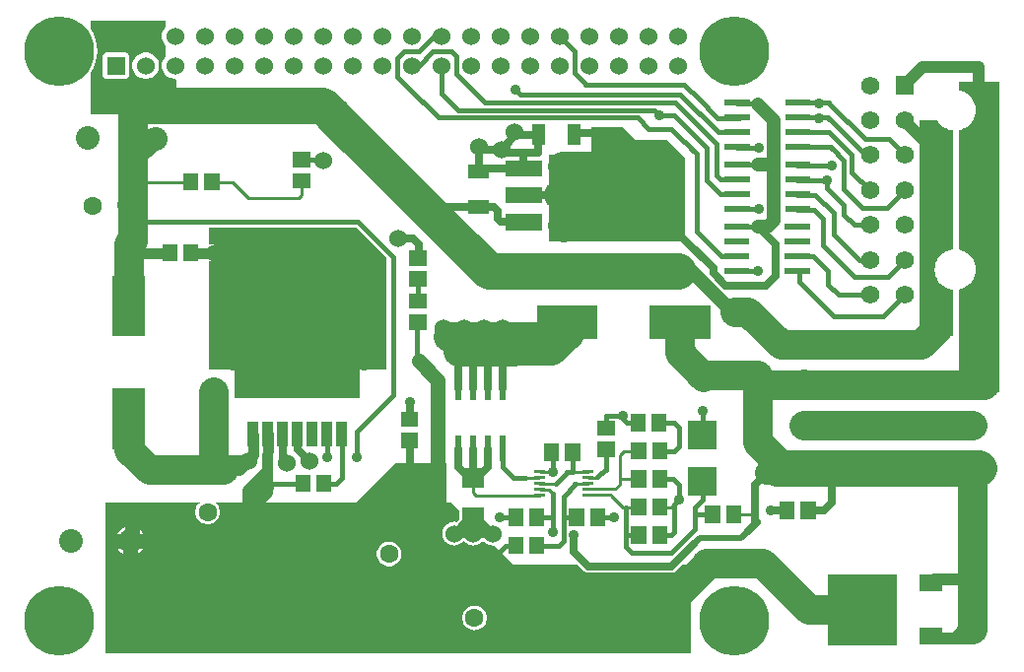
<source format=gbr>
G04 start of page 2 for group 0 idx 0 *
G04 Title: RspPiPS, top *
G04 Creator: pcb 4.2.0 *
G04 CreationDate: Sun Jan 23 00:25:27 2022 UTC *
G04 For: debian *
G04 Format: Gerber/RS-274X *
G04 PCB-Dimensions (mil): 10000.00 10000.00 *
G04 PCB-Coordinate-Origin: lower left *
%MOIN*%
%FSLAX25Y25*%
%LNTOP*%
%ADD34C,0.0380*%
%ADD33C,0.0453*%
%ADD32C,0.0354*%
%ADD31C,0.1181*%
%ADD30C,0.0402*%
%ADD29C,0.1063*%
%ADD28C,0.0350*%
%ADD27C,0.0600*%
%ADD26C,0.0768*%
%ADD25C,0.0800*%
%ADD24C,0.0630*%
%ADD23C,0.0620*%
%ADD22C,0.2362*%
%ADD21C,0.0360*%
%ADD20C,0.0450*%
%ADD19C,0.1248*%
%ADD18C,0.0500*%
%ADD17C,0.0400*%
%ADD16C,0.0100*%
%ADD15C,0.0250*%
%ADD14C,0.0150*%
%ADD13C,0.0200*%
%ADD12C,0.1000*%
%ADD11C,0.0001*%
G54D11*G36*
X295942Y594522D02*X296128Y594537D01*
X296740Y594684D01*
X297322Y594925D01*
X297858Y595254D01*
X298337Y595663D01*
X298746Y596142D01*
X298750Y596148D01*
X298754Y596142D01*
X299163Y595663D01*
X299642Y595254D01*
X300178Y594925D01*
X300760Y594684D01*
X301372Y594537D01*
X302000Y594488D01*
X302475Y594525D01*
X309000Y588000D01*
X330818D01*
X332847Y585971D01*
X332904Y585904D01*
X333173Y585674D01*
X333173Y585674D01*
X333361Y585559D01*
X333475Y585489D01*
X333803Y585354D01*
X334147Y585271D01*
X334147D01*
X334500Y585243D01*
X334588Y585250D01*
X362412D01*
X362500Y585243D01*
X362853Y585271D01*
X362853Y585271D01*
X363197Y585354D01*
X363525Y585489D01*
X363827Y585674D01*
X364096Y585904D01*
X364153Y585971D01*
X366182Y588000D01*
X368521D01*
X368556Y587558D01*
X368776Y586640D01*
X369000Y586100D01*
Y558000D01*
X295942D01*
Y565826D01*
X295949Y565826D01*
X296600Y565877D01*
X297235Y566030D01*
X297839Y566279D01*
X298395Y566621D01*
X298892Y567045D01*
X299316Y567542D01*
X299658Y568098D01*
X299908Y568702D01*
X300060Y569337D01*
X300098Y569988D01*
X300060Y570639D01*
X299908Y571274D01*
X299658Y571878D01*
X299316Y572435D01*
X298892Y572931D01*
X298395Y573356D01*
X297839Y573697D01*
X297235Y573947D01*
X296600Y574099D01*
X295949Y574151D01*
X295942Y574150D01*
Y594522D01*
G37*
G36*
X266994Y609000D02*X288000D01*
X290774Y606226D01*
X290779Y603461D01*
X289751Y602433D01*
X289628Y602463D01*
X289000Y602512D01*
X288372Y602463D01*
X287760Y602316D01*
X287178Y602075D01*
X286642Y601746D01*
X286163Y601337D01*
X285754Y600858D01*
X285425Y600322D01*
X285184Y599740D01*
X285037Y599128D01*
X284988Y598500D01*
X285037Y597872D01*
X285184Y597260D01*
X285425Y596678D01*
X285754Y596142D01*
X286163Y595663D01*
X286642Y595254D01*
X287178Y594925D01*
X287760Y594684D01*
X288372Y594537D01*
X289000Y594488D01*
X289628Y594537D01*
X290240Y594684D01*
X290822Y594925D01*
X291358Y595254D01*
X291837Y595663D01*
X292246Y596142D01*
X292250Y596148D01*
X292254Y596142D01*
X292663Y595663D01*
X293142Y595254D01*
X293678Y594925D01*
X294260Y594684D01*
X294872Y594537D01*
X295500Y594488D01*
X295942Y594522D01*
Y574150D01*
X295298Y574099D01*
X294663Y573947D01*
X294059Y573697D01*
X293502Y573356D01*
X293006Y572931D01*
X292581Y572435D01*
X292240Y571878D01*
X291990Y571274D01*
X291838Y570639D01*
X291786Y569988D01*
X291838Y569337D01*
X291990Y568702D01*
X292240Y568098D01*
X292581Y567542D01*
X293006Y567045D01*
X293502Y566621D01*
X294059Y566279D01*
X294663Y566030D01*
X295298Y565877D01*
X295942Y565826D01*
Y558000D01*
X266994D01*
Y587448D01*
X267000Y587448D01*
X267651Y587499D01*
X268286Y587652D01*
X268890Y587902D01*
X269447Y588243D01*
X269943Y588667D01*
X270367Y589164D01*
X270709Y589721D01*
X270959Y590324D01*
X271111Y590959D01*
X271150Y591610D01*
X271111Y592261D01*
X270959Y592896D01*
X270709Y593500D01*
X270367Y594057D01*
X269943Y594554D01*
X269447Y594978D01*
X268890Y595319D01*
X268286Y595569D01*
X267651Y595721D01*
X267000Y595773D01*
X266994Y595772D01*
Y609000D01*
G37*
G36*
X179492D02*X203004D01*
X202702Y608742D01*
X202278Y608246D01*
X201937Y607689D01*
X201687Y607085D01*
X201535Y606450D01*
X201483Y605799D01*
X201535Y605148D01*
X201687Y604513D01*
X201937Y603910D01*
X202278Y603353D01*
X202702Y602856D01*
X203199Y602432D01*
X203756Y602090D01*
X204359Y601841D01*
X204995Y601688D01*
X205646Y601637D01*
X206297Y601688D01*
X206932Y601841D01*
X207535Y602090D01*
X208092Y602432D01*
X208589Y602856D01*
X209013Y603353D01*
X209354Y603910D01*
X209604Y604513D01*
X209757Y605148D01*
X209795Y605799D01*
X209757Y606450D01*
X209604Y607085D01*
X209354Y607689D01*
X209013Y608246D01*
X208589Y608742D01*
X208287Y609000D01*
X266994D01*
Y595772D01*
X266349Y595721D01*
X265714Y595569D01*
X265110Y595319D01*
X264553Y594978D01*
X264057Y594554D01*
X263633Y594057D01*
X263291Y593500D01*
X263041Y592896D01*
X262889Y592261D01*
X262838Y591610D01*
X262889Y590959D01*
X263041Y590324D01*
X263291Y589721D01*
X263633Y589164D01*
X264057Y588667D01*
X264553Y588243D01*
X265110Y587902D01*
X265714Y587652D01*
X266349Y587499D01*
X266994Y587448D01*
Y558000D01*
X179492D01*
Y590985D01*
X179500Y590985D01*
X180285Y591046D01*
X181050Y591230D01*
X181777Y591531D01*
X182448Y591942D01*
X183046Y592454D01*
X183558Y593052D01*
X183969Y593723D01*
X184270Y594450D01*
X184454Y595215D01*
X184500Y596000D01*
X184454Y596785D01*
X184270Y597550D01*
X183969Y598277D01*
X183558Y598948D01*
X183046Y599546D01*
X182448Y600058D01*
X181777Y600469D01*
X181050Y600770D01*
X180285Y600954D01*
X179500Y601015D01*
X179492Y601015D01*
Y609000D01*
G37*
G36*
X171000Y558000D02*Y609000D01*
X179492D01*
Y601015D01*
X178715Y600954D01*
X177950Y600770D01*
X177223Y600469D01*
X176552Y600058D01*
X175954Y599546D01*
X175442Y598948D01*
X175031Y598277D01*
X174730Y597550D01*
X174546Y596785D01*
X174485Y596000D01*
X174546Y595215D01*
X174730Y594450D01*
X175031Y593723D01*
X175442Y593052D01*
X175954Y592454D01*
X176552Y591942D01*
X177223Y591531D01*
X177950Y591230D01*
X178715Y591046D01*
X179492Y590985D01*
Y558000D01*
X171000D01*
G37*
G36*
X273750Y622500D02*X286500D01*
Y608500D01*
X273750D01*
Y616763D01*
X273853Y616771D01*
X274197Y616854D01*
X274525Y616989D01*
X274827Y617174D01*
X275091Y617409D01*
X275591Y617909D01*
X275826Y618173D01*
X276011Y618475D01*
X276146Y618803D01*
X276229Y619147D01*
X276257Y619500D01*
X276229Y619853D01*
X276146Y620197D01*
X276011Y620525D01*
X275826Y620827D01*
X275596Y621096D01*
X275327Y621326D01*
X275025Y621511D01*
X274697Y621646D01*
X274353Y621729D01*
X274000Y621757D01*
X273750Y621737D01*
Y622500D01*
G37*
G36*
X255000Y608500D02*X269000Y622500D01*
X273750D01*
Y621737D01*
X273647Y621729D01*
X273303Y621646D01*
X272975Y621511D01*
X272673Y621326D01*
X272409Y621091D01*
X271909Y620591D01*
X271674Y620327D01*
X271489Y620025D01*
X271354Y619697D01*
X271271Y619353D01*
X271243Y619000D01*
X271271Y618647D01*
X271354Y618303D01*
X271489Y617975D01*
X271674Y617673D01*
X271904Y617404D01*
X272173Y617174D01*
X272475Y616989D01*
X272803Y616854D01*
X273147Y616771D01*
X273500Y616743D01*
X273750Y616763D01*
Y608500D01*
X255000D01*
G37*
G36*
X184693Y772000D02*X191500D01*
Y769982D01*
X191048Y769453D01*
X190678Y768849D01*
X190407Y768195D01*
X190242Y767506D01*
X190186Y766800D01*
X190242Y766094D01*
X190407Y765405D01*
X190678Y764751D01*
X191048Y764147D01*
X191500Y763618D01*
Y759982D01*
X191048Y759453D01*
X190678Y758849D01*
X190407Y758195D01*
X190242Y757506D01*
X190186Y756800D01*
X190242Y756094D01*
X190407Y755405D01*
X190678Y754751D01*
X191048Y754147D01*
X191508Y753608D01*
X192047Y753148D01*
X192651Y752778D01*
X193305Y752507D01*
X193994Y752342D01*
X194700Y752286D01*
X194713Y752287D01*
X195000Y752000D01*
Y740500D01*
X184693D01*
Y752287D01*
X184700Y752286D01*
X185406Y752342D01*
X186095Y752507D01*
X186749Y752778D01*
X187353Y753148D01*
X187892Y753608D01*
X188352Y754147D01*
X188722Y754751D01*
X188993Y755405D01*
X189158Y756094D01*
X189200Y756800D01*
X189158Y757506D01*
X188993Y758195D01*
X188722Y758849D01*
X188352Y759453D01*
X187892Y759992D01*
X187353Y760452D01*
X186749Y760822D01*
X186095Y761093D01*
X185406Y761258D01*
X184700Y761314D01*
X184693Y761313D01*
Y772000D01*
G37*
G36*
X174700D02*X184693D01*
Y761313D01*
X183994Y761258D01*
X183305Y761093D01*
X182651Y760822D01*
X182047Y760452D01*
X181508Y759992D01*
X181048Y759453D01*
X180678Y758849D01*
X180407Y758195D01*
X180242Y757506D01*
X180186Y756800D01*
X180242Y756094D01*
X180407Y755405D01*
X180678Y754751D01*
X181048Y754147D01*
X181508Y753608D01*
X182047Y753148D01*
X182651Y752778D01*
X183305Y752507D01*
X183994Y752342D01*
X184693Y752287D01*
Y740500D01*
X174700D01*
Y752307D01*
X177935Y752314D01*
X178165Y752369D01*
X178383Y752459D01*
X178584Y752583D01*
X178764Y752736D01*
X178917Y752916D01*
X179041Y753117D01*
X179131Y753335D01*
X179186Y753565D01*
X179200Y753800D01*
X179186Y760035D01*
X179131Y760265D01*
X179041Y760483D01*
X178917Y760684D01*
X178764Y760864D01*
X178584Y761017D01*
X178383Y761141D01*
X178165Y761231D01*
X177935Y761286D01*
X177700Y761300D01*
X174700Y761293D01*
Y772000D01*
G37*
G36*
X166000D02*X174700D01*
Y761293D01*
X171465Y761286D01*
X171235Y761231D01*
X171017Y761141D01*
X170816Y761017D01*
X170636Y760864D01*
X170483Y760684D01*
X170359Y760483D01*
X170269Y760265D01*
X170214Y760035D01*
X170200Y759800D01*
X170214Y753565D01*
X170269Y753335D01*
X170359Y753117D01*
X170483Y752916D01*
X170636Y752736D01*
X170816Y752583D01*
X171017Y752459D01*
X171235Y752369D01*
X171465Y752314D01*
X171700Y752300D01*
X174700Y752307D01*
Y740500D01*
X166000D01*
Y754408D01*
X166962Y755977D01*
X167733Y757840D01*
X168204Y759801D01*
X168323Y761811D01*
X168204Y763821D01*
X167733Y765782D01*
X166962Y767645D01*
X166000Y769214D01*
Y772000D01*
G37*
G36*
X206000Y702000D02*X256025D01*
X266000Y692025D01*
Y654000D01*
X258248D01*
X258241Y685657D01*
X258204Y685810D01*
X258144Y685955D01*
X258062Y686089D01*
X257959Y686209D01*
X257840Y686311D01*
X257705Y686394D01*
X257560Y686454D01*
X257407Y686491D01*
X257250Y686500D01*
X214593Y686491D01*
X214440Y686454D01*
X214295Y686394D01*
X214160Y686311D01*
X214041Y686209D01*
X213938Y686089D01*
X213856Y685955D01*
X213796Y685810D01*
X213759Y685657D01*
X213750Y685500D01*
X213757Y654000D01*
X206000D01*
Y690700D01*
X208000D01*
X208439Y690726D01*
X208868Y690829D01*
X209275Y690997D01*
X209651Y691228D01*
X209986Y691514D01*
X210272Y691849D01*
X210503Y692225D01*
X210671Y692632D01*
X210774Y693061D01*
X210809Y693500D01*
X210774Y693939D01*
X210671Y694368D01*
X210503Y694775D01*
X210272Y695151D01*
X209986Y695486D01*
X209651Y695772D01*
X209275Y696003D01*
X208868Y696171D01*
X208439Y696274D01*
X208000Y696300D01*
X206000D01*
Y702000D01*
G37*
G36*
X446500Y738200D02*X452527D01*
X452865Y737649D01*
X453571Y736822D01*
X454397Y736117D01*
X455324Y735549D01*
X456328Y735133D01*
X457385Y734879D01*
X457700Y734854D01*
Y694650D01*
X457385Y694625D01*
X456328Y694371D01*
X455324Y693955D01*
X454397Y693387D01*
X453571Y692681D01*
X452865Y691855D01*
X452297Y690928D01*
X451881Y689924D01*
X451627Y688867D01*
X451542Y687783D01*
X451627Y686700D01*
X451881Y685643D01*
X452297Y684639D01*
X452865Y683712D01*
X453571Y682885D01*
X454397Y682180D01*
X455324Y681612D01*
X456328Y681196D01*
X457385Y680942D01*
X457700Y680917D01*
Y665400D01*
X451915D01*
X451719Y665719D01*
X451106Y666437D01*
X450388Y667050D01*
X449583Y667544D01*
X448710Y667905D01*
X447792Y668126D01*
X446850Y668181D01*
X446500D01*
Y738200D01*
G37*
G36*
X459800Y751200D02*X473500D01*
Y646200D01*
X459800D01*
Y681001D01*
X460609Y681196D01*
X461613Y681612D01*
X462540Y682180D01*
X463366Y682885D01*
X464072Y683712D01*
X464640Y684639D01*
X465056Y685643D01*
X465310Y686700D01*
X465374Y687783D01*
X465310Y688867D01*
X465056Y689924D01*
X464640Y690928D01*
X464072Y691855D01*
X463366Y692681D01*
X462540Y693387D01*
X461613Y693955D01*
X460609Y694371D01*
X459800Y694565D01*
Y734938D01*
X460609Y735133D01*
X461613Y735549D01*
X462540Y736117D01*
X463366Y736822D01*
X464072Y737649D01*
X464640Y738576D01*
X465056Y739580D01*
X465310Y740637D01*
X465374Y741720D01*
X465310Y742804D01*
X465056Y743861D01*
X464640Y744865D01*
X464072Y745792D01*
X463366Y746618D01*
X462540Y747324D01*
X461613Y747892D01*
X460609Y748308D01*
X459800Y748502D01*
Y751200D01*
G37*
G36*
X343098Y725092D02*X330663Y725078D01*
X330433Y725023D01*
X330215Y724933D01*
X330014Y724809D01*
X329834Y724656D01*
X329681Y724477D01*
X329558Y724275D01*
X329467Y724057D01*
X329412Y723828D01*
X329398Y723592D01*
X329401Y718992D01*
X327576D01*
X326942Y719144D01*
X326000Y719219D01*
X325058Y719144D01*
X324424Y718992D01*
X324408D01*
X323466Y718937D01*
X322548Y718716D01*
X321676Y718355D01*
X321100Y718002D01*
Y726800D01*
X335400D01*
Y736000D01*
X346200D01*
X350400Y731800D01*
X360900D01*
X367100Y725600D01*
Y697400D01*
X321100D01*
Y707982D01*
X321676Y707630D01*
X322548Y707268D01*
X323466Y707048D01*
X324408Y706992D01*
X329409D01*
X329412Y702157D01*
X329467Y701927D01*
X329558Y701709D01*
X329681Y701508D01*
X329834Y701328D01*
X330014Y701175D01*
X330215Y701051D01*
X330433Y700961D01*
X330663Y700906D01*
X330898Y700892D01*
X343334Y700906D01*
X343563Y700961D01*
X343782Y701051D01*
X343983Y701175D01*
X344162Y701328D01*
X344316Y701508D01*
X344439Y701709D01*
X344529Y701927D01*
X344585Y702157D01*
X344598Y702392D01*
X344585Y723828D01*
X344529Y724057D01*
X344439Y724275D01*
X344316Y724477D01*
X344162Y724656D01*
X343983Y724809D01*
X343782Y724933D01*
X343563Y725023D01*
X343334Y725078D01*
X343098Y725092D01*
G37*
G36*
X330663Y725078D01*
X330433Y725023D01*
X330215Y724933D01*
X330014Y724809D01*
X329834Y724656D01*
X329681Y724477D01*
X329558Y724275D01*
X329467Y724057D01*
X329412Y723828D01*
X329398Y723592D01*
X329401Y718992D01*
X327576D01*
X326942Y719144D01*
X326000Y719219D01*
X325058Y719144D01*
X324424Y718992D01*
X324408D01*
X323466Y718937D01*
X322548Y718716D01*
X321676Y718355D01*
X321100Y718002D01*
Y725900D01*
X345300D01*
Y700100D01*
X321100D01*
Y707982D01*
X321676Y707630D01*
X322548Y707268D01*
X323466Y707048D01*
X324408Y706992D01*
X329409D01*
X329412Y702157D01*
X329467Y701927D01*
X329558Y701709D01*
X329681Y701508D01*
X329834Y701328D01*
X330014Y701175D01*
X330215Y701051D01*
X330433Y700961D01*
X330663Y700906D01*
X330898Y700892D01*
X343334Y700906D01*
X343563Y700961D01*
X343782Y701051D01*
X343983Y701175D01*
X344162Y701328D01*
X344316Y701508D01*
X344439Y701709D01*
X344529Y701927D01*
X344585Y702157D01*
X344598Y702392D01*
X344585Y723828D01*
X344529Y724057D01*
X344439Y724275D01*
X344316Y724477D01*
X344162Y724656D01*
X343983Y724809D01*
X343782Y724933D01*
X343563Y725023D01*
X343334Y725078D01*
X343098Y725092D01*
G37*
G36*
X321100Y725900D02*X329300D01*
Y718992D01*
X327576D01*
X326942Y719144D01*
X326000Y719219D01*
X325058Y719144D01*
X324424Y718992D01*
X324408D01*
X323466Y718937D01*
X322548Y718716D01*
X321676Y718355D01*
X321100Y718002D01*
Y725900D01*
G37*
G36*
X329300Y706992D02*Y704700D01*
X321100D01*
Y707982D01*
X321676Y707630D01*
X322548Y707268D01*
X323466Y707048D01*
X324408Y706992D01*
X329300D01*
G37*
G54D12*X389000Y588500D02*X374500D01*
X393411D02*X386900D01*
G54D13*X370000Y595000D02*X372000Y597000D01*
G54D14*X362500Y592000D02*X370500Y600000D01*
G54D13*X372000Y597000D02*X386000D01*
G54D14*X358543Y598000D02*X362500D01*
X363500Y599000D01*
X351457Y598000D02*X347000D01*
G54D13*X386000Y597000D02*X388500Y599500D01*
G54D15*X391500Y602500D01*
G54D16*X383543Y605000D02*X391500D01*
G54D15*X390685Y601685D02*X388760Y599760D01*
G54D12*X356000Y569500D02*X375000Y588500D01*
G54D15*X362500Y587500D02*X370000Y595000D01*
G54D14*X362500Y592000D02*X349000D01*
X347000Y594000D01*
G54D15*X334500Y587500D02*X362500D01*
G54D16*X334423Y617412D02*X337312D01*
X334423Y613512D02*X343412D01*
X345000Y615100D01*
G54D14*X337588Y617712D02*X340357Y620481D01*
G54D16*X358543Y607500D02*X362500D01*
G54D14*X363000Y617000D02*X365000Y615000D01*
Y610000D01*
X363500Y608500D02*X365000Y610000D01*
G54D16*X362500Y607500D02*X365000Y610000D01*
G54D14*X363500Y599000D02*Y608500D01*
X370457Y604500D02*Y604043D01*
X370500Y600000D02*Y604457D01*
X370457Y604500D01*
X373000Y616150D02*Y610000D01*
X370500Y607500D01*
Y605000D01*
X358543Y617000D02*X363000D01*
X363500Y626500D02*X358543D01*
X363500D02*X365000Y628000D01*
G54D12*X365433Y659591D02*Y670000D01*
X391846Y648756D02*X391736Y648866D01*
Y651866D02*Y645366D01*
X373331Y651866D02*X391736D01*
X373567Y651457D02*X365433Y659591D01*
X399900Y662181D02*X388581Y673500D01*
X384000D01*
G54D17*X464236Y582866D02*X464405Y582697D01*
X457236Y562866D02*X458405D01*
X464405Y568866D01*
X451361Y562866D02*X464405D01*
X451361Y582866D02*X464236D01*
G54D12*X464405Y566035D02*X464236Y565866D01*
X427189Y572811D02*X409689D01*
X464485Y566515D02*Y621054D01*
X409100Y572811D02*X393411Y588500D01*
G54D14*X370457Y604500D03*
X376457Y605000D02*X370500D01*
X365000Y628000D02*Y634500D01*
X363500Y636000D01*
X358393D01*
X373000Y631850D02*Y640000D01*
G54D12*X436736Y634969D02*X407524D01*
X464295D02*X436300D01*
G54D13*X401236Y624866D02*X401736Y625366D01*
G54D18*X402008Y620465D02*X401323Y619780D01*
G54D15*X390736Y614866D02*X394736Y618866D01*
G54D12*X391736Y629366D02*X399913Y621189D01*
X391736Y646366D02*Y629866D01*
G54D15*X416736Y608866D02*Y614366D01*
X414236Y606366D02*X416736Y608866D01*
X408779Y606366D02*X414236D01*
X396236D02*X401693D01*
X390685Y614815D02*Y601685D01*
G54D19*X466354Y620835D02*X398280D01*
G54D12*X464585Y620754D02*X464665Y620835D01*
X407236Y648756D02*X391846D01*
X407236D02*X407580Y649100D01*
X406080Y648700D02*X468600D01*
X446850Y662181D02*X400378D01*
G54D17*X449400D02*X448600Y662981D01*
X446700Y662181D02*X450300Y665781D01*
X449400Y670900D02*Y662181D01*
G54D12*X447000D02*X452900Y668081D01*
G54D17*X450300Y665781D02*Y671800D01*
X449400Y670900D01*
X448600Y662981D02*Y673700D01*
G54D12*X452900Y668081D02*Y669300D01*
G54D14*X313000Y617500D02*X309000D01*
X309957Y594500D02*X306500D01*
X302000Y590000D01*
G54D16*X351457Y626500D02*X346500D01*
X345000Y625000D01*
Y615000D01*
X351457Y617000D02*X345000D01*
X351457Y607500D02*X346000D01*
X342088Y611412D01*
G54D14*X347000Y594000D02*Y607500D01*
X351307Y636000D02*X347500D01*
X346000Y637500D01*
Y638500D01*
X340500D01*
Y634129D01*
X340457Y634086D01*
G54D16*X334423Y615412D02*X330088D01*
X334423Y611512D02*X342088D01*
G54D14*X330457Y604000D02*X326000D01*
X337543D02*X343000D01*
G54D16*X318000Y613500D02*X321000D01*
G54D14*X330088Y615412D02*X329912D01*
X326000Y611000D02*X330000Y615500D01*
G54D16*X320960Y613500D02*X322500Y611960D01*
Y611953D01*
X323412Y615412D02*X327000Y619000D01*
X327312Y619312D02*X327250Y619250D01*
G54D14*X329129Y626000D02*Y619441D01*
X329000Y619312D01*
X327312D01*
X327250Y619250D02*Y619162D01*
X323500Y615412D01*
X322500Y619412D02*Y625543D01*
X322043Y626000D01*
X340457Y620081D02*Y627000D01*
G54D16*X334323Y619412D02*X327212D01*
X322412D02*X322500Y619500D01*
G54D14*X317000Y604000D02*X322500D01*
Y612000D02*Y599000D01*
G54D16*X318000Y619412D02*X322412D01*
G54D14*X317043Y594500D02*X324500D01*
X326000Y596000D01*
G54D15*X329500Y598000D02*Y592500D01*
X334500Y587500D01*
G54D14*X326000Y611000D02*Y596000D01*
G54D16*X317923Y615412D02*X323412D01*
X428468Y726524D02*X429650D01*
X427287Y714713D02*X429650D01*
G54D14*X441461D02*X435402Y708654D01*
X427189D01*
X423614Y720748D02*X429650Y714713D01*
X441461Y726524D02*X436094Y731890D01*
G54D17*X448700Y735100D03*
X441200Y738500D02*X447900Y731800D01*
X452100D01*
G54D14*X436094Y731890D02*X428083D01*
X428087Y726524D02*X429866D01*
G54D15*X441461Y750146D02*X441606Y750000D01*
G54D17*X441461Y750146D02*X441515Y750200D01*
X441353Y750253D02*X447300Y756200D01*
X466600D01*
Y745352D01*
G54D14*X420933Y724740D02*X416697Y728976D01*
X416165Y733976D02*X423614Y726528D01*
Y720748D01*
X416473Y729200D02*X416837Y728837D01*
X420933Y714909D02*Y724740D01*
X428083Y731890D02*X415878Y744094D01*
X415634Y738976D02*X428087Y726524D01*
X412598Y738976D02*X411811Y738189D01*
X415900Y744072D02*X415772Y744200D01*
X415410Y739200D02*X415855Y738755D01*
X333554Y750454D02*X366846D01*
X338700Y747000D02*X365600D01*
X363800Y744300D02*X337100D01*
X336000Y741800D02*X356700D01*
X358000Y740500D01*
X363000Y740000D02*X358500D01*
X366800Y750500D02*X372054Y745246D01*
X377700Y730400D02*X363800Y744300D01*
X365065Y738335D03*
X374400Y729000D02*X365065Y738335D01*
X365200Y738200D02*X363400Y740000D01*
X363200D01*
X378200Y739100D02*X371300Y746000D01*
X378300Y734200D02*X365500Y747000D01*
X284700Y766800D02*X282200D01*
X277050Y761650D01*
X290200Y753700D02*X293200Y750700D01*
X284700Y747500D02*X290400Y741800D01*
X293150Y750750D02*X299600Y744300D01*
X283700Y739200D02*X332200D01*
X290400Y741800D02*X331900D01*
X299600Y744300D02*X324000D01*
X309800Y748600D02*X311400Y747000D01*
X277000Y756800D02*X281900Y761700D01*
X284700Y756800D02*Y747500D01*
X288100Y761750D02*X289950Y759900D01*
Y753950D01*
X281950Y761750D02*X288100D01*
X288275Y761575D01*
X337400Y744300D02*X323300D01*
G54D15*X330313Y733964D02*X336400D01*
G54D14*X311400Y747000D02*X339000D01*
G54D15*X310585Y733415D02*X317613D01*
Y730306D02*Y733415D01*
Y734665D02*X317600Y728800D01*
X297602Y722628D02*Y729209D01*
X282239Y708961D02*X279900Y711300D01*
X282239Y708961D02*X302339D01*
X297602Y729209D02*X298411Y728400D01*
X305000D01*
X309600Y733000D01*
Y734400D01*
X310585Y733415D01*
X317600Y728800D02*X317599Y728400D01*
X317597Y727500D01*
X312600D02*Y721992D01*
X317597Y727500D02*X306000D01*
X305000Y728500D01*
X309298Y712992D02*X309406Y713100D01*
X324300D01*
G54D12*X326000Y713200D02*X326008Y713192D01*
G54D14*X374400Y718100D02*X379197Y713303D01*
X379003Y718303D02*X379000Y718300D01*
X377700Y719600D01*
Y722300D01*
X334500Y739200D02*X338000D01*
X337600D02*X351200D01*
X354900Y735500D01*
X362500D01*
X371000Y727000D01*
X369250Y728750D02*X371000Y727000D01*
G54D12*X325800Y722700D02*X343900D01*
X343500D02*X344000Y723200D01*
X344400Y722800D01*
G54D14*X338400Y717800D02*X339500D01*
X339800Y717500D01*
X371000Y720500D02*Y727000D01*
Y726000D01*
X374400Y718100D02*Y729000D01*
G54D12*X327953Y670472D02*Y666142D01*
G54D14*X324700Y766800D02*X329776Y761724D01*
Y754232D01*
X333350Y750657D01*
G54D15*X329613Y734665D02*X330313Y733964D01*
X325300Y704800D02*X324700Y705400D01*
G54D14*X332100Y739200D02*X334700D01*
X331800Y741800D02*X336100D01*
G54D12*X330200Y702700D02*X328200Y704700D01*
G54D15*X295935Y720961D02*X297602Y722628D01*
X295935Y720961D02*X296966Y721992D01*
X312598D01*
X311408D02*X312000D01*
X302339Y708961D02*X303700Y707600D01*
Y705000D01*
X304808Y703892D01*
X312600D01*
G54D12*X324408Y712992D02*X336998D01*
G54D19*X364800Y687205D02*X300722D01*
G54D20*X369395D02*X362800D01*
G54D12*X328100Y703500D02*X334300Y709700D01*
X325800Y702700D02*X326000Y702900D01*
X326100Y702000D02*Y722300D01*
X334300Y709700D02*X337700D01*
X344600Y723900D02*Y702600D01*
X345200Y704100D02*X330900D01*
G54D14*X371000Y700600D02*Y703400D01*
G54D15*X376800Y688200D02*X366600Y698400D01*
G54D14*X384618Y692244D02*X379444D01*
X379400Y692200D01*
X371000Y700600D01*
G54D20*X368595Y687205D02*X364400D01*
X383100Y673500D02*X369395Y687205D01*
G54D14*X371000Y702900D02*Y721500D01*
X384750Y734200D02*X378300D01*
X384766Y718303D02*X379003D01*
X434193Y672012D02*X417358D01*
X419028Y679280D02*X429650D01*
X435787Y685417D02*X424508D01*
X425984Y691091D02*X429650D01*
X441461Y679280D02*X434193Y672012D01*
X441461Y691091D02*X435787Y685417D01*
X424898Y702902D02*X429650D01*
X427189Y708654D02*X420933Y714909D01*
X424508Y702902D02*X420933Y706476D01*
Y709547D01*
X415051Y715429D01*
Y718110D01*
X417358Y706866D02*Y699717D01*
X411114Y713110D02*X417358Y706866D01*
X405118Y723110D02*X416654D01*
X405118Y718110D02*X414961D01*
X405118Y713110D02*X411114D01*
X410752Y708110D02*X405118D01*
X413783Y705079D02*X410752Y708110D01*
X413783Y696142D02*Y705079D01*
X417358Y672012D02*X405740Y683630D01*
X415571Y682736D02*X419028Y679280D01*
X424508Y685417D02*X413783Y696142D01*
X415571Y687205D02*Y682736D01*
X417358Y699717D02*X425984Y691091D01*
X410531Y692244D02*X415571Y687205D01*
X405118Y692244D02*X410531D01*
X405740Y683630D02*Y687205D01*
X384766Y723303D02*X391897D01*
X391900Y723300D01*
G54D20*X397200Y704300D02*Y735400D01*
G54D14*X384766Y708303D02*X384869Y708200D01*
X392000D01*
X384618Y702244D02*X391856D01*
X391900Y702200D01*
G54D20*X391800Y702300D02*X395200D01*
X397200Y704300D01*
G54D14*X384618Y687244D02*X391856D01*
X391900Y687200D01*
G54D15*X394500Y682500D02*X397700Y685700D01*
Y696244D01*
X391700Y702244D01*
G54D14*X379197Y713303D02*X384766D01*
G54D15*X380800Y682500D02*X394500D01*
X381700D02*X380930D01*
X376800Y686630D01*
Y688200D01*
G54D20*X391700Y743700D02*X397200Y738200D01*
Y725000D01*
X395503Y723303D01*
X391800D01*
G54D14*X391858Y728858D02*X392000Y729000D01*
X377700Y722000D02*Y730400D01*
X384666Y729058D02*X391758D01*
X385500Y739100D02*X378200D01*
X384924Y743900D02*X391900D01*
X415772Y744200D02*X405250D01*
Y739200D02*X415410D01*
X405250Y734200D02*X405271Y734221D01*
X415921D01*
X405250Y729200D02*X416473D01*
G54D15*X305543Y647799D02*Y656043D01*
X300543Y647799D02*Y659543D01*
X295543Y647799D02*Y659543D01*
G54D18*X283500Y650500D02*X277000Y657000D01*
G54D14*X276379Y657721D02*X279400Y654700D01*
X268500Y645500D02*Y692000D01*
X256500Y704000D01*
G54D18*X258500Y686000D02*Y656500D01*
G54D12*X309500Y660000D02*X290500D01*
G54D15*X300543Y659543D02*X301000Y660000D01*
X295543Y659543D02*X296000Y660000D01*
X290543Y659957D02*X290500Y660000D01*
G54D17*X286000Y668000D02*X305500D01*
G54D12*X327953Y666142D02*X322047Y660236D01*
X311811Y664961D02*X325984D01*
X326772Y665748D01*
X322047Y660236D02*X302756D01*
G54D15*X305543Y656043D02*X307500Y658000D01*
G54D12*X287000Y665000D02*X314500D01*
X302756Y660236D02*X307087D01*
X311811Y664961D01*
G54D14*X276900Y676481D02*X276972Y676552D01*
X276772Y677138D02*Y684619D01*
X276379Y670052D02*Y657721D01*
X276665Y691705D02*X276772D01*
G54D15*X277165D02*Y696335D01*
X275200Y698300D01*
X275172Y698272D01*
X270098D01*
X290543Y647799D02*Y659957D01*
X290500Y627000D02*Y621000D01*
X295000Y616500D01*
X295500Y627000D02*Y617000D01*
X300500Y627000D02*Y621000D01*
X295500Y616000D01*
X292000Y619500D02*X298500D01*
G54D14*X309000Y617500D02*X305500Y621000D01*
Y627000D01*
G54D18*X283500Y621000D02*Y650500D01*
G54D16*X318000Y611500D02*X296500D01*
X295500Y612500D01*
Y616500D01*
G54D15*Y598500D02*Y605000D01*
X289000Y598500D01*
X295500Y603000D02*Y602500D01*
X291500Y598500D01*
X295500Y605000D02*X302000Y598500D01*
X289000D02*X302000D01*
X295500Y602000D02*X299000Y598500D01*
G54D14*X304500Y604000D02*X310000D01*
G54D16*X313511Y617412D02*X317923D01*
G54D21*X226000Y632200D02*X225946Y619446D01*
G54D15*X221000Y632200D02*Y624500D01*
X231000Y632200D02*Y624500D01*
X236000Y632000D02*Y627000D01*
X240000Y623000D01*
X231000Y624500D02*X232500Y623000D01*
G54D14*X238000Y615500D02*X226000D01*
G54D17*X219425Y612925D02*X225946Y619446D01*
Y612446D01*
X219362Y605862D01*
Y608932D02*X225930Y615500D01*
G54D15*X226309Y615453D02*X225928Y615072D01*
G54D17*X219425Y605799D02*Y612925D01*
G54D21*X221000Y632000D02*Y625000D01*
X219000Y623000D01*
G54D15*X221000Y624500D02*X219500Y623000D01*
G54D17*X216500Y620000D01*
X208000D01*
X219500Y623000D02*X209500D01*
G54D12*X179268Y637472D02*Y626732D01*
X186000Y620000D01*
X211000D01*
G54D17*X209500Y623000D02*X206500Y620000D01*
G54D12*X207651Y646389D02*Y620389D01*
G54D18*X179500Y596000D02*X189500D01*
X179500D02*X175000D01*
X179500D02*Y589000D01*
X180000Y596000D02*Y602500D01*
G54D14*X246000Y624500D02*Y632200D01*
X256000Y624500D02*Y633000D01*
X251000Y632200D02*Y617500D01*
X249000Y615500D01*
X245500D01*
X256000Y633000D02*X268500Y645500D01*
G54D15*X274000Y643000D02*Y637129D01*
Y630043D02*Y619500D01*
X273500Y619000D01*
G54D12*X179268Y675661D02*Y696268D01*
G54D15*X224000Y658000D02*X224500Y658500D01*
X209000Y648000D02*X209500Y648500D01*
G54D18*X214000Y689500D02*Y656500D01*
X209000Y686500D02*X262000D01*
G54D12*X179268Y696268D02*X180500Y697500D01*
G54D21*X200000Y693500D02*X208000D01*
X193000D02*X180500D01*
G54D12*Y697500D02*Y709311D01*
G54D16*X181000Y717500D02*X180500Y717000D01*
G54D12*Y709311D02*X180156Y709656D01*
G54D16*X200000Y717500D02*X181000D01*
G54D12*X180500Y709000D02*Y744000D01*
G54D15*X184500Y767000D02*X185000Y766500D01*
G54D18*X189000Y733000D02*X181500D01*
X189000Y732500D02*X181500Y725000D01*
X181000D01*
G54D16*X237543D02*X237500Y725043D01*
X237543Y717914D02*Y713043D01*
G54D14*X256500Y704000D02*X180500D01*
G54D16*X237543Y713043D02*X236500Y712000D01*
X219500D01*
X214000Y717500D01*
X207086D01*
G54D19*X248363Y739563D02*X244427Y743500D01*
X186000D01*
G54D14*X244874Y724740D02*X244614Y725000D01*
X237543D01*
X272100Y761700D02*X269900Y759500D01*
Y753000D01*
X272900Y750000D01*
X277050Y761650D02*X272050D01*
X274700Y756800D02*X277000D01*
X272850Y750050D02*X283700Y739200D01*
G54D19*X300722Y687205D02*X247100Y740827D01*
G54D22*X383858Y761811D03*
G54D11*G36*
X438361Y753246D02*Y747046D01*
X444561D01*
Y753246D01*
X438361D01*
G37*
G54D23*X441461Y738335D03*
Y726524D03*
Y714713D03*
Y702902D03*
Y691091D03*
Y679280D03*
X429650Y750146D03*
Y738335D03*
Y726524D03*
Y714713D03*
Y702902D03*
Y691091D03*
Y679280D03*
G54D22*X383858Y568898D03*
G54D24*X267000Y605390D03*
Y591610D03*
X295949Y583768D03*
Y569988D03*
G54D25*X394736Y618866D03*
G54D24*X407236Y648756D03*
Y634976D03*
G54D26*X436736Y621189D03*
X464295D03*
Y634969D03*
X436736D03*
G54D22*X155512Y761811D03*
G54D11*G36*
X171700Y759800D02*Y753800D01*
X177700D01*
Y759800D01*
X171700D01*
G37*
G54D27*X174700Y766800D03*
X184700Y756800D03*
Y766800D03*
G54D25*X188000Y732000D03*
G54D24*X180535Y709276D03*
X166756D03*
G54D25*X164961Y732283D03*
G54D22*X155512Y568898D03*
G54D24*X219425Y605799D03*
X205646D03*
G54D25*X159500Y596000D03*
X179500D03*
G54D27*X194700Y756800D03*
X204700D03*
X214700D03*
X194700Y766800D03*
X204700D03*
X214700D03*
X224700Y756800D03*
X234700D03*
X244700D03*
X254700D03*
X224700Y766800D03*
X234700D03*
X244700D03*
X254700D03*
X264700Y756800D03*
X274700D03*
X284700D03*
X264700Y766800D03*
X274700D03*
X284700D03*
X294700D03*
X304700D03*
X314700D03*
X294700Y756800D03*
X304700D03*
X314700D03*
X324700D03*
Y766800D03*
X334700Y756800D03*
X344700D03*
X354700D03*
X364700D03*
X334700Y766800D03*
X344700D03*
X354700D03*
X364700D03*
G54D11*G36*
X319602Y606952D02*X314484D01*
Y601048D01*
X319602D01*
Y606952D01*
G37*
G36*
X340102D02*X334984D01*
Y601048D01*
X340102D01*
Y606952D01*
G37*
G36*
X333016D02*X327898D01*
Y601048D01*
X333016D01*
Y606952D01*
G37*
G36*
X354016Y600952D02*X348898D01*
Y595048D01*
X354016D01*
Y600952D01*
G37*
G36*
Y610452D02*X348898D01*
Y604548D01*
X354016D01*
Y610452D01*
G37*
G36*
Y629452D02*X348898D01*
Y623548D01*
X354016D01*
Y629452D01*
G37*
G36*
Y619952D02*X348898D01*
Y614048D01*
X354016D01*
Y619952D01*
G37*
G36*
X353866Y638952D02*X348748D01*
Y633048D01*
X353866D01*
Y638952D01*
G37*
G36*
X332598Y612037D02*Y610987D01*
X336248D01*
Y612037D01*
X332598D01*
G37*
G36*
Y614006D02*Y612956D01*
X336248D01*
Y614006D01*
X332598D01*
G37*
G36*
Y615974D02*Y614924D01*
X336248D01*
Y615974D01*
X332598D01*
G37*
G36*
Y617943D02*Y616893D01*
X336248D01*
Y617943D01*
X332598D01*
G37*
G36*
Y619911D02*Y618861D01*
X336248D01*
Y619911D01*
X332598D01*
G37*
G36*
X316098D02*Y618861D01*
X319748D01*
Y619911D01*
X316098D01*
G37*
G36*
Y617943D02*Y616893D01*
X319748D01*
Y617943D01*
X316098D01*
G37*
G36*
Y615974D02*Y614924D01*
X319748D01*
Y615974D01*
X316098D01*
G37*
G36*
Y614006D02*Y612956D01*
X319748D01*
Y614006D01*
X316098D01*
G37*
G36*
X316073Y612062D02*Y610962D01*
X319773D01*
Y612062D01*
X316073D01*
G37*
G36*
X324602Y628952D02*X319484D01*
Y623048D01*
X324602D01*
Y628952D01*
G37*
G36*
X331688D02*X326570D01*
Y623048D01*
X331688D01*
Y628952D01*
G37*
G36*
X319602Y597452D02*X314484D01*
Y591548D01*
X319602D01*
Y597452D01*
G37*
G36*
X317008Y675512D02*Y664488D01*
X337480D01*
Y675512D01*
X317008D01*
G37*
G36*
X319863Y736915D02*X315363D01*
Y729915D01*
X319863D01*
Y736915D01*
G37*
G36*
X331863D02*X327363D01*
Y729915D01*
X331863D01*
Y736915D01*
G37*
G36*
X343098Y723592D02*X330898D01*
Y702392D01*
X343098D01*
Y723592D01*
G37*
G36*
X446539Y566561D02*Y561061D01*
X454039D01*
Y566561D01*
X446539D01*
G37*
G36*
Y584561D02*Y579061D01*
X454039D01*
Y584561D01*
X446539D01*
G37*
G36*
X438939Y584811D02*X415439D01*
Y560811D01*
X438939D01*
Y584811D01*
G37*
G36*
X379016Y607952D02*X373898D01*
Y602048D01*
X379016D01*
Y607952D01*
G37*
G36*
X386102D02*X380984D01*
Y602048D01*
X386102D01*
Y607952D01*
G37*
G36*
X404252Y609318D02*X399134D01*
Y603414D01*
X404252D01*
Y609318D01*
G37*
G36*
X411338D02*X406220D01*
Y603414D01*
X411338D01*
Y609318D01*
G37*
G36*
X368050Y621100D02*Y611200D01*
X377950D01*
Y621100D01*
X368050D01*
G37*
G36*
Y636800D02*Y626900D01*
X377950D01*
Y636800D01*
X368050D01*
G37*
G36*
X337505Y636645D02*Y631527D01*
X343409D01*
Y636645D01*
X337505D01*
G37*
G36*
Y629559D02*Y624441D01*
X343409D01*
Y629559D01*
X337505D01*
G37*
G36*
X361102Y600952D02*X355984D01*
Y595048D01*
X361102D01*
Y600952D01*
G37*
G36*
Y610452D02*X355984D01*
Y604548D01*
X361102D01*
Y610452D01*
G37*
G36*
Y629452D02*X355984D01*
Y623548D01*
X361102D01*
Y629452D01*
G37*
G36*
Y619952D02*X355984D01*
Y614048D01*
X361102D01*
Y619952D01*
G37*
G36*
X360952Y638952D02*X355834D01*
Y633048D01*
X360952D01*
Y638952D01*
G37*
G36*
X380500Y730200D02*Y728200D01*
X389000D01*
Y730200D01*
X380500D01*
G37*
G36*
X401000D02*Y728200D01*
X409500D01*
Y730200D01*
X401000D01*
G37*
G36*
Y735200D02*Y733200D01*
X409500D01*
Y735200D01*
X401000D01*
G37*
G36*
Y740200D02*Y738200D01*
X409500D01*
Y740200D01*
X401000D01*
G37*
G36*
Y745200D02*Y743200D01*
X409500D01*
Y745200D01*
X401000D01*
G37*
G36*
X291543Y631549D02*X289543D01*
Y623049D01*
X291543D01*
Y631549D01*
G37*
G36*
X296543D02*X294543D01*
Y623049D01*
X296543D01*
Y631549D01*
G37*
G36*
X301543D02*X299543D01*
Y623049D01*
X301543D01*
Y631549D01*
G37*
G36*
X306543D02*X304543D01*
Y623049D01*
X306543D01*
Y631549D01*
G37*
G36*
X291772Y619228D02*Y614110D01*
X299252D01*
Y619228D01*
X291772D01*
G37*
G36*
X306543Y652049D02*X304543D01*
Y643549D01*
X306543D01*
Y652049D01*
G37*
G36*
X301543D02*X299543D01*
Y643549D01*
X301543D01*
Y652049D01*
G37*
G36*
X296543D02*X294543D01*
Y643549D01*
X296543D01*
Y652049D01*
G37*
G36*
X312516Y606952D02*X307398D01*
Y601048D01*
X312516D01*
Y606952D01*
G37*
G36*
X291772Y607418D02*Y602300D01*
X299252D01*
Y607418D01*
X291772D01*
G37*
G36*
X312516Y597452D02*X307398D01*
Y591548D01*
X312516D01*
Y597452D01*
G37*
G36*
X232800Y636450D02*X229200D01*
Y627950D01*
X232800D01*
Y636450D01*
G37*
G36*
X237800D02*X234200D01*
Y627950D01*
X237800D01*
Y636450D01*
G37*
G36*
X242800D02*X239200D01*
Y627950D01*
X242800D01*
Y636450D01*
G37*
G36*
X222800D02*X219200D01*
Y627950D01*
X222800D01*
Y636450D01*
G37*
G36*
X227800D02*X224200D01*
Y627950D01*
X227800D01*
Y636450D01*
G37*
G36*
X184512Y647642D02*X173488D01*
Y627169D01*
X184512D01*
Y647642D01*
G37*
G36*
X247800Y636450D02*X244200D01*
Y627950D01*
X247800D01*
Y636450D01*
G37*
G36*
X252800D02*X249200D01*
Y627950D01*
X252800D01*
Y636450D01*
G37*
G36*
X214750Y685500D02*Y644500D01*
X257250D01*
Y685500D01*
X214750D01*
G37*
G36*
X247559Y618452D02*X242441D01*
Y612548D01*
X247559D01*
Y618452D01*
G37*
G36*
X240473D02*X235355D01*
Y612548D01*
X240473D01*
Y618452D01*
G37*
G36*
X202602Y696452D02*X197484D01*
Y690548D01*
X202602D01*
Y696452D01*
G37*
G36*
X195516D02*X190398D01*
Y690548D01*
X195516D01*
Y696452D01*
G37*
G36*
X184512Y685831D02*X173488D01*
Y665358D01*
X184512D01*
Y685831D01*
G37*
G36*
X234591Y720473D02*Y715355D01*
X240495D01*
Y720473D01*
X234591D01*
G37*
G36*
Y727559D02*Y722441D01*
X240495D01*
Y727559D01*
X234591D01*
G37*
G36*
X209645Y720452D02*X204527D01*
Y714548D01*
X209645D01*
Y720452D01*
G37*
G36*
X202559D02*X197441D01*
Y714548D01*
X202559D01*
Y720452D01*
G37*
G36*
X291543Y652049D02*X289543D01*
Y643549D01*
X291543D01*
Y652049D01*
G37*
G36*
X271048Y639688D02*Y634570D01*
X276952D01*
Y639688D01*
X271048D01*
G37*
G36*
Y632602D02*Y627484D01*
X276952D01*
Y632602D01*
X271048D01*
G37*
G36*
X273820Y679697D02*Y674579D01*
X279724D01*
Y679697D01*
X273820D01*
G37*
G36*
Y672611D02*Y667493D01*
X279724D01*
Y672611D01*
X273820D01*
G37*
G36*
Y687178D02*Y682060D01*
X279724D01*
Y687178D01*
X273820D01*
G37*
G36*
Y694264D02*Y689146D01*
X279724D01*
Y694264D01*
X273820D01*
G37*
G36*
X293685Y723211D02*Y718711D01*
X300685D01*
Y723211D01*
X293685D01*
G37*
G36*
Y711211D02*Y706711D01*
X300685D01*
Y711211D01*
X293685D01*
G37*
G36*
X306498Y724792D02*Y719192D01*
X318698D01*
Y724792D01*
X306498D01*
G37*
G36*
Y715792D02*Y710192D01*
X318698D01*
Y715792D01*
X306498D01*
G37*
G36*
Y706692D02*Y701092D01*
X318698D01*
Y706692D01*
X306498D01*
G37*
G36*
X355197Y675512D02*Y664488D01*
X375669D01*
Y675512D01*
X355197D01*
G37*
G36*
X380368Y693244D02*Y691244D01*
X388868D01*
Y693244D01*
X380368D01*
G37*
G36*
Y688244D02*Y686244D01*
X388868D01*
Y688244D01*
X380368D01*
G37*
G36*
Y703244D02*Y701244D01*
X388868D01*
Y703244D01*
X380368D01*
G37*
G36*
Y698244D02*Y696244D01*
X388868D01*
Y698244D01*
X380368D01*
G37*
G36*
X380516Y714303D02*Y712303D01*
X389016D01*
Y714303D01*
X380516D01*
G37*
G36*
Y709303D02*Y707303D01*
X389016D01*
Y709303D01*
X380516D01*
G37*
G36*
Y724303D02*Y722303D01*
X389016D01*
Y724303D01*
X380516D01*
G37*
G36*
Y719303D02*Y717303D01*
X389016D01*
Y719303D01*
X380516D01*
G37*
G36*
X401016Y709303D02*Y707303D01*
X409516D01*
Y709303D01*
X401016D01*
G37*
G36*
Y714303D02*Y712303D01*
X409516D01*
Y714303D01*
X401016D01*
G37*
G36*
Y719303D02*Y717303D01*
X409516D01*
Y719303D01*
X401016D01*
G37*
G36*
Y724303D02*Y722303D01*
X409516D01*
Y724303D01*
X401016D01*
G37*
G36*
X400868Y688244D02*Y686244D01*
X409368D01*
Y688244D01*
X400868D01*
G37*
G36*
Y693244D02*Y691244D01*
X409368D01*
Y693244D01*
X400868D01*
G37*
G36*
Y698244D02*Y696244D01*
X409368D01*
Y698244D01*
X400868D01*
G37*
G36*
Y703244D02*Y701244D01*
X409368D01*
Y703244D01*
X400868D01*
G37*
G36*
X380500Y745200D02*Y743200D01*
X389000D01*
Y745200D01*
X380500D01*
G37*
G36*
Y740200D02*Y738200D01*
X389000D01*
Y740200D01*
X380500D01*
G37*
G36*
Y735200D02*Y733200D01*
X389000D01*
Y735200D01*
X380500D01*
G37*
G54D27*X219500Y623000D03*
X225072Y614428D03*
G54D21*X246000Y624500D03*
X256000D03*
G54D27*X232500Y622500D03*
X240000Y623000D03*
X273500Y619000D03*
Y613000D03*
X295500Y598500D03*
X302000D03*
X289000D03*
G54D21*X329500Y598000D03*
X322500Y599000D03*
G54D27*X305500Y668000D03*
X292500D03*
X299000D03*
X285500D03*
G54D21*X274000Y643000D03*
X322500Y619500D03*
X304500Y604000D03*
X396236Y606366D03*
X365000Y610000D03*
X373000Y640000D03*
X343000Y604000D03*
X346000Y638500D03*
G54D27*X208000Y693500D03*
X209000Y676000D03*
Y682000D03*
X225984Y690551D03*
X209000Y641500D03*
X262500Y676000D03*
Y682000D03*
Y670000D03*
Y664000D03*
Y658000D03*
X209000D03*
Y647500D03*
Y664000D03*
Y670000D03*
X297602Y729209D03*
X309600Y734400D03*
X305000Y728400D03*
G54D21*X309800Y748600D03*
X412598Y738976D03*
Y744094D03*
X416654Y723110D03*
X391800Y702300D03*
X396700Y704600D03*
X414961Y718110D03*
X391800Y743700D03*
Y723300D03*
X392000Y729000D03*
X358500Y740000D03*
X392000Y708200D03*
X391900Y687200D03*
G54D27*X192000Y747500D03*
X186000Y743500D03*
X174500D03*
X180000Y747500D03*
X169000D03*
X244488Y690551D03*
X244874Y724740D03*
X270098Y698272D03*
G54D28*G54D13*G54D28*G54D13*G54D28*G54D13*G54D28*G54D13*G54D28*G54D29*G54D30*G54D31*G54D30*G54D31*G54D30*G54D29*G54D32*G54D17*G54D32*G54D33*G54D29*G54D34*G54D17*G54D32*G54D17*G54D29*G54D32*G54D17*G54D34*M02*

</source>
